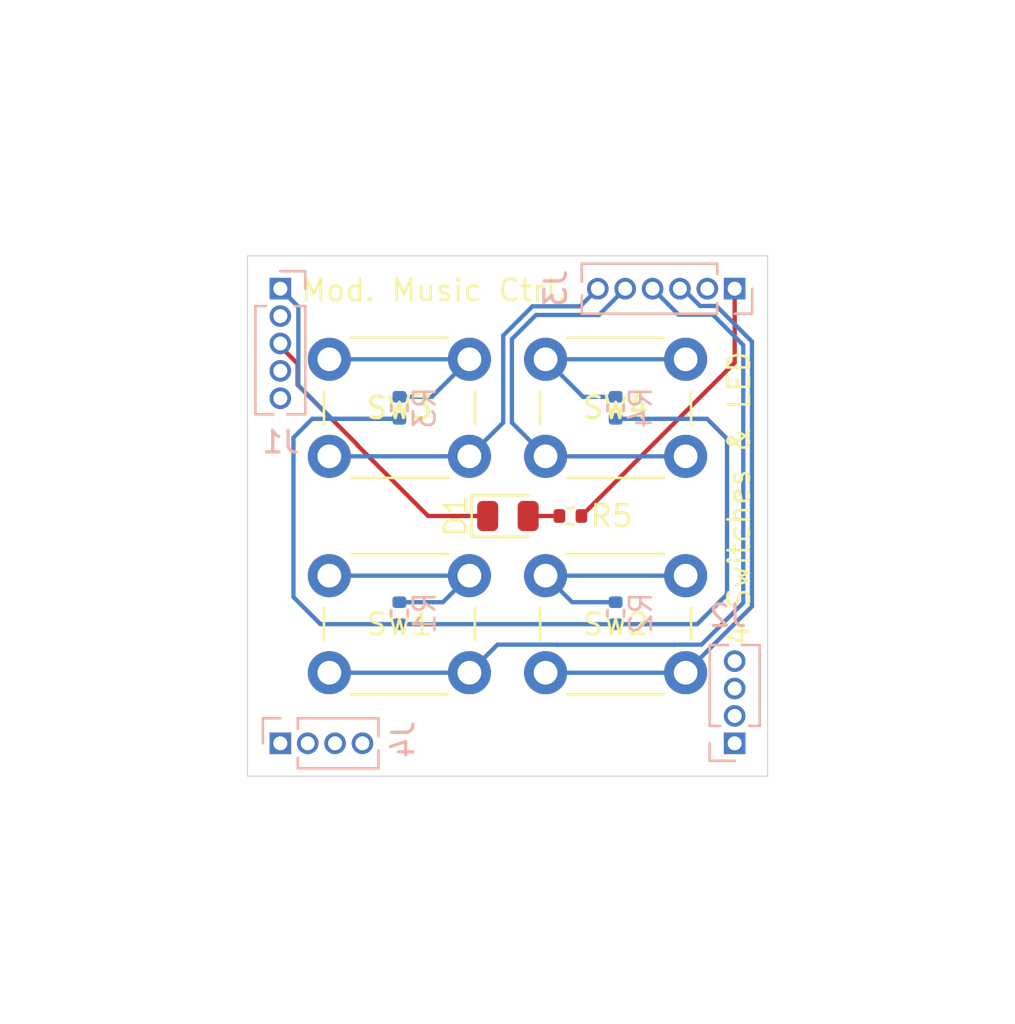
<source format=kicad_pcb>
(kicad_pcb (version 20241229) (generator "pcbnew") (generator_version "9.0")
  (title_block (title "Modular Music Controller / Block / Four Switches") (date "2025-12-03") (rev "1") (company "Dennis Schulmeister-Zimolong"))
  (layers (0 "F.Cu" signal) (2 "B.Cu" signal) (13 "F.Paste" user) (15 "B.Paste" user) (5 "F.SilkS" user "F.Silkscreen") (7 "B.SilkS" user "B.Silkscreen") (1 "F.Mask" user) (3 "B.Mask" user) (25 "Edge.Cuts" user))
  (net 0 "")
  (net 1 "GND")
  (net 2 "Net-(D1-A)")
  (net 3 "/SlotBus.Clock")
  (net 4 "/AREF")
  (net 5 "/+3.3V Digital")
  (net 6 "/SlotBus.Data")
  (net 7 "/Addr3")
  (net 8 "/Addr0")
  (net 9 "/Addr1")
  (net 10 "/Addr2")
  (net 11 "/B")
  (net 12 "/C")
  (net 13 "/LED")
  (net 14 "/A1")
  (net 15 "/A")
  (net 16 "/A0")
  (net 17 "/Typ3")
  (net 18 "/Typ0")
  (net 19 "/Typ1")
  (net 20 "/Typ2")
  (net 21 "Net-(R1-Pad2)")
  (net 22 "Net-(R2-Pad2)")
  (net 23 "Net-(R3-Pad2)")
  (net 24 "Net-(R4-Pad2)")
  (footprint "Button_Switch_THT:SW_PUSH_6mm" (layer "F.Cu") (at 140.8313 106.39819)
    (property "Reference" "SW4" (at 3.25 2.25 0) (layer "F.SilkS"))
    (property "Value" "SW_Push")
    (fp_line (start -0.25 1.5) (end -0.25 3) (stroke (width 0.12)) (layer "F.SilkS"))
    (fp_line (start 1 5.5) (end 5.5 5.5) (stroke (width 0.12)) (layer "F.SilkS"))
    (fp_line (start 5.5 -1) (end 1 -1) (stroke (width 0.12)) (layer "F.SilkS"))
    (fp_line (start 6.75 3) (end 6.75 1.5) (stroke (width 0.12)) (layer "F.SilkS"))
    (pad "1" thru_hole circle (at 0 0 90) (size 2 2) (drill 1.1) (layers "*.Cu" "*.Mask") (net 24 "Net-(R4-Pad2)"))
    (pad "1" thru_hole circle (at 6.5 0 90) (size 2 2) (drill 1.1) (layers "*.Cu" "*.Mask") (net 24 "Net-(R4-Pad2)"))
    (pad "2" thru_hole circle (at 0 4.5 90) (size 2 2) (drill 1.1) (layers "*.Cu" "*.Mask") (net 14 "/A1"))
    (pad "2" thru_hole circle (at 6.5 4.5 90) (size 2 2) (drill 1.1) (layers "*.Cu" "*.Mask") (net 14 "/A1"))
  )
  (footprint "Button_Switch_THT:SW_PUSH_6mm" (layer "F.Cu") (at 130.7987 106.39819)
    (property "Reference" "SW3" (at 3.25 2.25 0) (layer "F.SilkS"))
    (property "Value" "SW_Push")
    (fp_line (start -0.25 1.5) (end -0.25 3) (stroke (width 0.12)) (layer "F.SilkS"))
    (fp_line (start 1 5.5) (end 5.5 5.5) (stroke (width 0.12)) (layer "F.SilkS"))
    (fp_line (start 5.5 -1) (end 1 -1) (stroke (width 0.12)) (layer "F.SilkS"))
    (fp_line (start 6.75 3) (end 6.75 1.5) (stroke (width 0.12)) (layer "F.SilkS"))
    (pad "1" thru_hole circle (at 0 0 90) (size 2 2) (drill 1.1) (layers "*.Cu" "*.Mask") (net 23 "Net-(R3-Pad2)"))
    (pad "1" thru_hole circle (at 6.5 0 90) (size 2 2) (drill 1.1) (layers "*.Cu" "*.Mask") (net 23 "Net-(R3-Pad2)"))
    (pad "2" thru_hole circle (at 0 4.5 90) (size 2 2) (drill 1.1) (layers "*.Cu" "*.Mask") (net 16 "/A0"))
    (pad "2" thru_hole circle (at 6.5 4.5 90) (size 2 2) (drill 1.1) (layers "*.Cu" "*.Mask") (net 16 "/A0"))
  )
  (footprint "LED_SMD:LED_0805_2012Metric" (layer "F.Cu") (at 139.085 113.665)
    (property "Reference" "D1" (at -2.433 0 90) (layer "F.SilkS") (effects (font (thickness 0.125))))
    (property "Value" "LED")
    (fp_line (start -1.685 -0.96) (end -1.685 0.96) (stroke (width 0.12)) (layer "F.SilkS"))
    (fp_line (start -1.685 0.96) (end 1 0.96) (stroke (width 0.12)) (layer "F.SilkS"))
    (fp_line (start 1 -0.96) (end -1.685 -0.96) (stroke (width 0.12)) (layer "F.SilkS"))
    (pad "1" smd roundrect (at -0.9375 0) (size 0.975 1.4) (layers "F.Cu" "F.Mask" "F.Paste") (net 1 "GND"))
    (pad "2" smd roundrect (at 0.9375 0) (size 0.975 1.4) (layers "F.Cu" "F.Mask" "F.Paste") (net 2 "Net-(D1-A)"))
  )
  (footprint "Button_Switch_THT:SW_PUSH_6mm" (layer "F.Cu") (at 140.8313 116.43181)
    (property "Reference" "SW2" (at 3.25 2.25 0) (layer "F.SilkS") (effects (font (thickness 0.125))))
    (property "Value" "SW_Push")
    (fp_line (start -0.25 1.5) (end -0.25 3) (stroke (width 0.12)) (layer "F.SilkS"))
    (fp_line (start 1 5.5) (end 5.5 5.5) (stroke (width 0.12)) (layer "F.SilkS"))
    (fp_line (start 5.5 -1) (end 1 -1) (stroke (width 0.12)) (layer "F.SilkS"))
    (fp_line (start 6.75 3) (end 6.75 1.5) (stroke (width 0.12)) (layer "F.SilkS"))
    (pad "1" thru_hole circle (at 0 0 90) (size 2 2) (drill 1.1) (layers "*.Cu" "*.Mask") (net 22 "Net-(R2-Pad2)"))
    (pad "1" thru_hole circle (at 6.5 0 90) (size 2 2) (drill 1.1) (layers "*.Cu" "*.Mask") (net 22 "Net-(R2-Pad2)"))
    (pad "2" thru_hole circle (at 0 4.5 90) (size 2 2) (drill 1.1) (layers "*.Cu" "*.Mask") (net 11 "/B"))
    (pad "2" thru_hole circle (at 6.5 4.5 90) (size 2 2) (drill 1.1) (layers "*.Cu" "*.Mask") (net 11 "/B"))
  )
  (footprint "Resistor_SMD:R_0402_1005Metric" (layer "F.Cu") (at 141.984 113.665 180)
    (property "Reference" "R5" (at -1.907 0 180) (layer "F.SilkS") (effects (font (thickness 0.125))))
    (property "Value" "1k")
    (fp_line (start -0.153641 0.38) (end 0.153641 0.38) (stroke (width 0.12)) (layer "F.SilkS"))
    (fp_line (start -0.153641 -0.38) (end 0.153641 -0.38) (stroke (width 0.12)) (layer "F.SilkS"))
    (pad "1" smd roundrect (at -0.51 0 180) (size 0.54 0.64) (layers "F.Cu" "F.Mask" "F.Paste") (net 13 "/LED"))
    (pad "2" smd roundrect (at 0.51 0 180) (size 0.54 0.64) (layers "F.Cu" "F.Mask" "F.Paste") (net 2 "Net-(D1-A)"))
  )
  (footprint "Button_Switch_THT:SW_PUSH_6mm" (layer "F.Cu") (at 130.7987 116.43181)
    (property "Reference" "SW1" (at 3.25 2.25 0) (layer "F.SilkS") (effects (font (thickness 0.125))))
    (property "Value" "SW_Push")
    (fp_line (start -0.25 1.5) (end -0.25 3) (stroke (width 0.12)) (layer "F.SilkS"))
    (fp_line (start 1 5.5) (end 5.5 5.5) (stroke (width 0.12)) (layer "F.SilkS"))
    (fp_line (start 5.5 -1) (end 1 -1) (stroke (width 0.12)) (layer "F.SilkS"))
    (fp_line (start 6.75 3) (end 6.75 1.5) (stroke (width 0.12)) (layer "F.SilkS"))
    (pad "1" thru_hole circle (at 0 0 90) (size 2 2) (drill 1.1) (layers "*.Cu" "*.Mask") (net 21 "Net-(R1-Pad2)"))
    (pad "1" thru_hole circle (at 6.5 0 90) (size 2 2) (drill 1.1) (layers "*.Cu" "*.Mask") (net 21 "Net-(R1-Pad2)"))
    (pad "2" thru_hole circle (at 0 4.5 90) (size 2 2) (drill 1.1) (layers "*.Cu" "*.Mask") (net 15 "/A"))
    (pad "2" thru_hole circle (at 6.5 4.5 90) (size 2 2) (drill 1.1) (layers "*.Cu" "*.Mask") (net 15 "/A"))
  )
  (footprint "Connector_PinHeader_1.27mm:PinHeader_1x04_P1.27mm_Vertical" (layer "B.Cu") (at 128.525 124.205 -90)
    (property "Reference" "J4" (at -0.1778 -5.6956 90) (layer "B.SilkS") (effects (justify mirror)))
    (property "Value" "Samtec MTMS-104-02-T-S-100")
    (fp_line (start -1.16 0.81) (end 0 0.81) (stroke (width 0.12)) (layer "B.SilkS"))
    (fp_line (start -1.16 0) (end -1.16 0.81) (stroke (width 0.12)) (layer "B.SilkS"))
    (fp_line (start -1.16 -0.81) (end -0.666708 -0.81) (stroke (width 0.12)) (layer "B.SilkS"))
    (fp_line (start -1.16 -0.81) (end -1.16 -4.555) (stroke (width 0.12)) (layer "B.SilkS"))
    (fp_line (start 0.666708 -0.81) (end 1.16 -0.81) (stroke (width 0.12)) (layer "B.SilkS"))
    (fp_line (start 1.16 -0.81) (end 1.16 -4.555) (stroke (width 0.12)) (layer "B.SilkS"))
    (fp_line (start -1.16 -4.555) (end -0.317923 -4.555) (stroke (width 0.12)) (layer "B.SilkS"))
    (fp_line (start 0.317923 -4.555) (end 1.16 -4.555) (stroke (width 0.12)) (layer "B.SilkS"))
    (pad "1" thru_hole rect (at 0 0 270) (size 1 1) (drill 0.65) (layers "*.Cu" "*.Mask") (net 18 "/Typ0"))
    (pad "2" thru_hole circle (at 0 -1.27 270) (size 1 1) (drill 0.65) (layers "*.Cu" "*.Mask") (net 19 "/Typ1"))
    (pad "3" thru_hole circle (at 0 -2.54 270) (size 1 1) (drill 0.65) (layers "*.Cu" "*.Mask") (net 20 "/Typ2"))
    (pad "4" thru_hole circle (at 0 -3.81 270) (size 1 1) (drill 0.65) (layers "*.Cu" "*.Mask") (net 17 "/Typ3"))
  )
  (footprint "Resistor_SMD:R_0402_1005Metric" (layer "B.Cu") (at 134.0487 108.64819 90)
    (property "Reference" "R3" (at 0 1.17 90) (layer "B.SilkS") (effects (font (thickness 0.125)) (justify mirror)))
    (property "Value" "1k")
    (fp_line (start -0.153641 -0.38) (end 0.153641 -0.38) (stroke (width 0.12)) (layer "B.SilkS"))
    (fp_line (start -0.153641 0.38) (end 0.153641 0.38) (stroke (width 0.12)) (layer "B.SilkS"))
    (pad "1" smd roundrect (at -0.51 0 90) (size 0.54 0.64) (layers "B.Cu" "B.Mask" "B.Paste") (net 5 "/+3.3V Digital"))
    (pad "2" smd roundrect (at 0.51 0 90) (size 0.54 0.64) (layers "B.Cu" "B.Mask" "B.Paste") (net 23 "Net-(R3-Pad2)"))
  )
  (footprint "Resistor_SMD:R_0402_1005Metric" (layer "B.Cu") (at 144.0813 118.17181 90)
    (property "Reference" "R2" (at 0 1.17 90) (layer "B.SilkS") (effects (font (thickness 0.125)) (justify mirror)))
    (property "Value" "1k")
    (fp_line (start -0.153641 -0.38) (end 0.153641 -0.38) (stroke (width 0.12)) (layer "B.SilkS"))
    (fp_line (start -0.153641 0.38) (end 0.153641 0.38) (stroke (width 0.12)) (layer "B.SilkS"))
    (pad "1" smd roundrect (at -0.51 0 90) (size 0.54 0.64) (layers "B.Cu" "B.Mask" "B.Paste") (net 5 "/+3.3V Digital"))
    (pad "2" smd roundrect (at 0.51 0 90) (size 0.54 0.64) (layers "B.Cu" "B.Mask" "B.Paste") (net 22 "Net-(R2-Pad2)"))
  )
  (footprint "Resistor_SMD:R_0402_1005Metric" (layer "B.Cu") (at 134.0487 118.17181 90)
    (property "Reference" "R1" (at 0 1.17 90) (layer "B.SilkS") (effects (font (thickness 0.125)) (justify mirror)))
    (property "Value" "1k")
    (fp_line (start -0.153641 -0.38) (end 0.153641 -0.38) (stroke (width 0.12)) (layer "B.SilkS"))
    (fp_line (start -0.153641 0.38) (end 0.153641 0.38) (stroke (width 0.12)) (layer "B.SilkS"))
    (pad "1" smd roundrect (at -0.51 0 90) (size 0.54 0.64) (layers "B.Cu" "B.Mask" "B.Paste") (net 5 "/+3.3V Digital"))
    (pad "2" smd roundrect (at 0.51 0 90) (size 0.54 0.64) (layers "B.Cu" "B.Mask" "B.Paste") (net 21 "Net-(R1-Pad2)"))
  )
  (footprint "Connector_PinHeader_1.27mm:PinHeader_1x04_P1.27mm_Vertical" (layer "B.Cu") (at 149.605 124.205)
    (property "Reference" "J2" (at -0.317923 -5.9182 0) (layer "B.SilkS") (effects (justify mirror)))
    (property "Value" "Samtec MTMS-104-02-T-S-100")
    (fp_line (start -1.16 -4.555) (end -0.317923 -4.555) (stroke (width 0.12)) (layer "B.SilkS"))
    (fp_line (start -1.16 -0.81) (end -1.16 -4.555) (stroke (width 0.12)) (layer "B.SilkS"))
    (fp_line (start -1.16 -0.81) (end -0.666708 -0.81) (stroke (width 0.12)) (layer "B.SilkS"))
    (fp_line (start -1.16 0) (end -1.16 0.81) (stroke (width 0.12)) (layer "B.SilkS"))
    (fp_line (start -1.16 0.81) (end 0 0.81) (stroke (width 0.12)) (layer "B.SilkS"))
    (fp_line (start 0.317923 -4.555) (end 1.16 -4.555) (stroke (width 0.12)) (layer "B.SilkS"))
    (fp_line (start 0.666708 -0.81) (end 1.16 -0.81) (stroke (width 0.12)) (layer "B.SilkS"))
    (fp_line (start 1.16 -0.81) (end 1.16 -4.555) (stroke (width 0.12)) (layer "B.SilkS"))
    (pad "1" thru_hole rect (at 0 0) (size 1 1) (drill 0.65) (layers "*.Cu" "*.Mask") (net 8 "/Addr0"))
    (pad "2" thru_hole circle (at 0 -1.27) (size 1 1) (drill 0.65) (layers "*.Cu" "*.Mask") (net 9 "/Addr1"))
    (pad "3" thru_hole circle (at 0 -2.54) (size 1 1) (drill 0.65) (layers "*.Cu" "*.Mask") (net 10 "/Addr2"))
    (pad "4" thru_hole circle (at 0 -3.81) (size 1 1) (drill 0.65) (layers "*.Cu" "*.Mask") (net 7 "/Addr3"))
  )
  (footprint "Connector_PinHeader_1.27mm:PinHeader_1x05_P1.27mm_Vertical" (layer "B.Cu") (at 128.525 103.125 180)
    (property "Reference" "J1" (at -0.0254 -7.112 180) (layer "B.SilkS") (effects (justify mirror)))
    (property "Value" "Samtec MTMS-105-02-T-S-100")
    (fp_line (start 1.16 -0.81) (end 1.16 -5.825) (stroke (width 0.12)) (layer "B.SilkS"))
    (fp_line (start 0.666708 -0.81) (end 1.16 -0.81) (stroke (width 0.12)) (layer "B.SilkS"))
    (fp_line (start 0.317923 -5.825) (end 1.16 -5.825) (stroke (width 0.12)) (layer "B.SilkS"))
    (fp_line (start -1.16 0.81) (end 0 0.81) (stroke (width 0.12)) (layer "B.SilkS"))
    (fp_line (start -1.16 0) (end -1.16 0.81) (stroke (width 0.12)) (layer "B.SilkS"))
    (fp_line (start -1.16 -0.81) (end -0.666708 -0.81) (stroke (width 0.12)) (layer "B.SilkS"))
    (fp_line (start -1.16 -0.81) (end -1.16 -5.825) (stroke (width 0.12)) (layer "B.SilkS"))
    (fp_line (start -1.16 -5.825) (end -0.317923 -5.825) (stroke (width 0.12)) (layer "B.SilkS"))
    (pad "1" thru_hole rect (at 0 0 180) (size 1 1) (drill 0.65) (layers "*.Cu" "*.Mask") (net 5 "/+3.3V Digital"))
    (pad "2" thru_hole circle (at 0 -1.27 180) (size 1 1) (drill 0.65) (layers "*.Cu" "*.Mask") (net 4 "/AREF"))
    (pad "3" thru_hole circle (at 0 -2.54 180) (size 1 1) (drill 0.65) (layers "*.Cu" "*.Mask") (net 1 "GND"))
    (pad "4" thru_hole circle (at 0 -3.81 180) (size 1 1) (drill 0.65) (layers "*.Cu" "*.Mask") (net 6 "/SlotBus.Data"))
    (pad "5" thru_hole circle (at 0 -5.08 180) (size 1 1) (drill 0.65) (layers "*.Cu" "*.Mask") (net 3 "/SlotBus.Clock"))
  )
  (footprint "Resistor_SMD:R_0402_1005Metric" (layer "B.Cu") (at 144.0813 108.64819 90)
    (property "Reference" "R4" (at 0 1.17 90) (layer "B.SilkS") (effects (font (thickness 0.125)) (justify mirror)))
    (property "Value" "1k")
    (fp_line (start -0.153641 -0.38) (end 0.153641 -0.38) (stroke (width 0.12)) (layer "B.SilkS"))
    (fp_line (start -0.153641 0.38) (end 0.153641 0.38) (stroke (width 0.12)) (layer "B.SilkS"))
    (pad "1" smd roundrect (at -0.51 0 90) (size 0.54 0.64) (layers "B.Cu" "B.Mask" "B.Paste") (net 5 "/+3.3V Digital"))
    (pad "2" smd roundrect (at 0.51 0 90) (size 0.54 0.64) (layers "B.Cu" "B.Mask" "B.Paste") (net 24 "Net-(R4-Pad2)"))
  )
  (footprint "Connector_PinHeader_1.27mm:PinHeader_1x06_P1.27mm_Vertical" (layer "B.Cu") (at 149.605 103.125 90)
    (property "Reference" "J3" (at 0.0254 -8.3058 90) (layer "B.SilkS") (effects (justify mirror)))
    (property "Value" "Samtec  MTMS-106-02-T-S-100")
    (fp_line (start 0.317923 -7.095) (end 1.16 -7.095) (stroke (width 0.12)) (layer "B.SilkS"))
    (fp_line (start -1.16 -7.095) (end -0.317923 -7.095) (stroke (width 0.12)) (layer "B.SilkS"))
    (fp_line (start 1.16 -0.81) (end 1.16 -7.095) (stroke (width 0.12)) (layer "B.SilkS"))
    (fp_line (start 0.666708 -0.81) (end 1.16 -0.81) (stroke (width 0.12)) (layer "B.SilkS"))
    (fp_line (start -1.16 -0.81) (end -1.16 -7.095) (stroke (width 0.12)) (layer "B.SilkS"))
    (fp_line (start -1.16 -0.81) (end -0.666708 -0.81) (stroke (width 0.12)) (layer "B.SilkS"))
    (fp_line (start -1.16 0) (end -1.16 0.81) (stroke (width 0.12)) (layer "B.SilkS"))
    (fp_line (start -1.16 0.81) (end 0 0.81) (stroke (width 0.12)) (layer "B.SilkS"))
    (pad "1" thru_hole rect (at 0 0 90) (size 1 1) (drill 0.65) (layers "*.Cu" "*.Mask") (net 13 "/LED"))
    (pad "2" thru_hole circle (at 0 -1.27 90) (size 1 1) (drill 0.65) (layers "*.Cu" "*.Mask") (net 12 "/C"))
    (pad "3" thru_hole circle (at 0 -2.54 90) (size 1 1) (drill 0.65) (layers "*.Cu" "*.Mask") (net 11 "/B"))
    (pad "4" thru_hole circle (at 0 -3.81 90) (size 1 1) (drill 0.65) (layers "*.Cu" "*.Mask") (net 15 "/A"))
    (pad "5" thru_hole circle (at 0 -5.08 90) (size 1 1) (drill 0.65) (layers "*.Cu" "*.Mask") (net 14 "/A1"))
    (pad "6" thru_hole circle (at 0 -6.35 90) (size 1 1) (drill 0.65) (layers "*.Cu" "*.Mask") (net 16 "/A0"))
  )
  (gr_rect (start 127 101.6) (end 151.13 125.73) (stroke (width 0.05)) (fill no) (layer "Edge.Cuts"))
  (gr_text "4 Switches & LED" (at 149.225 119.761 90) (layer "F.SilkS") (effects (font (size 1 1) (thickness 0.125)) (justify left top)))
  (gr_text "Mod. Music Ctrl." (at 129.413 102.616 0) (layer "F.SilkS") (effects (font (size 1 1) (thickness 0.125)) (justify left top)))
  (segment (start 138.1475 113.665) (end 135.382 113.665) (width 0.2) (layer "F.Cu") (net 1))
  (segment (start 129.326 107.585598) (end 129.326 106.603214) (width 0.2) (layer "F.Cu") (net 1))
  (segment (start 129.326 106.603214) (end 128.525 105.802214) (width 0.2) (layer "F.Cu") (net 1))
  (segment (start 132.0997 110.3827) (end 132.0997 110.359298) (width 0.2) (layer "F.Cu") (net 1))
  (segment (start 128.525 105.802214) (end 128.525 105.665) (width 0.2) (layer "F.Cu") (net 1))
  (segment (start 132.0997 110.359298) (end 129.326 107.585598) (width 0.2) (layer "F.Cu") (net 1))
  (segment (start 135.382 113.665) (end 132.0997 110.3827) (width 0.2) (layer "F.Cu") (net 1))
  (segment (start 140.0225 113.665) (end 141.474 113.665) (width 0.2) (layer "F.Cu") (net 2))
  (segment (start 129.1336 110.0328) (end 130.00821 109.15819) (width 0.2) (layer "B.Cu") (net 5))
  (segment (start 129.1336 117.4242) (end 129.1336 110.0328) (width 0.2) (layer "B.Cu") (net 5))
  (segment (start 148.32499 109.15819) (end 149.2504 110.0836) (width 0.2) (layer "B.Cu") (net 5))
  (segment (start 144.0813 118.68181) (end 134.0487 118.68181) (width 0.2) (layer "B.Cu") (net 5))
  (segment (start 149.2504 117.2972) (end 147.86579 118.68181) (width 0.2) (layer "B.Cu") (net 5))
  (segment (start 134.0487 118.68181) (end 130.39121 118.68181) (width 0.2) (layer "B.Cu") (net 5))
  (segment (start 129.3622 103.9622) (end 128.525 103.125) (width 0.2) (layer "B.Cu") (net 5))
  (segment (start 130.39121 118.68181) (end 129.1336 117.4242) (width 0.2) (layer "B.Cu") (net 5))
  (segment (start 149.2504 110.0836) (end 149.2504 117.2972) (width 0.2) (layer "B.Cu") (net 5))
  (segment (start 144.0813 109.15819) (end 148.32499 109.15819) (width 0.2) (layer "B.Cu") (net 5))
  (segment (start 130.9116 109.15819) (end 129.3622 107.60879) (width 0.2) (layer "B.Cu") (net 5))
  (segment (start 134.0487 109.15819) (end 130.9116 109.15819) (width 0.2) (layer "B.Cu") (net 5))
  (segment (start 147.86579 118.68181) (end 144.0813 118.68181) (width 0.2) (layer "B.Cu") (net 5))
  (segment (start 129.3622 107.60879) (end 129.3622 103.9622) (width 0.2) (layer "B.Cu") (net 5))
  (segment (start 130.00821 109.15819) (end 134.0487 109.15819) (width 0.2) (layer "B.Cu") (net 5))
  (segment (start 148.757 103.926) (end 148.003214 103.926) (width 0.2) (layer "B.Cu") (net 11))
  (segment (start 150.406 105.575) (end 148.757 103.926) (width 0.2) (layer "B.Cu") (net 11))
  (segment (start 150.406 117.85711) (end 150.406 105.575) (width 0.2) (layer "B.Cu") (net 11))
  (segment (start 148.003214 103.926) (end 147.202214 103.125) (width 0.2) (layer "B.Cu") (net 11))
  (segment (start 147.202214 103.125) (end 147.065 103.125) (width 0.2) (layer "B.Cu") (net 11))
  (segment (start 147.3313 120.93181) (end 140.8313 120.93181) (width 0.2) (layer "B.Cu") (net 11))
  (segment (start 147.3313 120.93181) (end 150.406 117.85711) (width 0.2) (layer "B.Cu") (net 11))
  (segment (start 142.494 113.665) (end 149.605 106.554) (width 0.2) (layer "F.Cu") (net 13))
  (segment (start 149.605 106.554) (end 149.605 103.125) (width 0.2) (layer "F.Cu") (net 13))
  (segment (start 147.3313 110.89819) (end 140.8313 110.89819) (width 0.2) (layer "B.Cu") (net 14))
  (segment (start 139.2682 105.4608) (end 140.3858 104.3432) (width 0.2) (layer "B.Cu") (net 14))
  (segment (start 140.8313 110.89819) (end 139.2682 109.33509) (width 0.2) (layer "B.Cu") (net 14))
  (segment (start 140.3858 104.3432) (end 143.3068 104.3432) (width 0.2) (layer "B.Cu") (net 14))
  (segment (start 143.3068 104.3432) (end 144.525 103.125) (width 0.2) (layer "B.Cu") (net 14))
  (segment (start 139.2682 109.33509) (end 139.2682 105.4608) (width 0.2) (layer "B.Cu") (net 14))
  (segment (start 137.2987 120.93181) (end 130.7987 120.93181) (width 0.2) (layer "B.Cu") (net 15))
  (segment (start 141.373382 119.634) (end 146.789218 119.634) (width 0.2) (layer "B.Cu") (net 15))
  (segment (start 148.5909 104.327) (end 146.997 104.327) (width 0.2) (layer "B.Cu") (net 15))
  (segment (start 141.370192 119.63081) (end 141.373382 119.634) (width 0.2) (layer "B.Cu") (net 15))
  (segment (start 150.005 105.7411) (end 148.5909 104.327) (width 0.2) (layer "B.Cu") (net 15))
  (segment (start 137.2987 120.93181) (end 138.5997 119.63081) (width 0.2) (layer "B.Cu") (net 15))
  (segment (start 148.0652 119.63081) (end 150.005 117.69101) (width 0.2) (layer "B.Cu") (net 15))
  (segment (start 146.792408 119.63081) (end 148.0652 119.63081) (width 0.2) (layer "B.Cu") (net 15))
  (segment (start 146.789218 119.634) (end 146.792408 119.63081) (width 0.2) (layer "B.Cu") (net 15))
  (segment (start 146.997 104.327) (end 145.795 103.125) (width 0.2) (layer "B.Cu") (net 15))
  (segment (start 150.005 117.69101) (end 150.005 105.7411) (width 0.2) (layer "B.Cu") (net 15))
  (segment (start 138.5997 119.63081) (end 141.370192 119.63081) (width 0.2) (layer "B.Cu") (net 15))
  (segment (start 140.2197 103.9422) (end 142.4378 103.9422) (width 0.2) (layer "B.Cu") (net 16))
  (segment (start 142.4378 103.9422) (end 143.255 103.125) (width 0.2) (layer "B.Cu") (net 16))
  (segment (start 138.8672 109.32969) (end 138.8672 105.2947) (width 0.2) (layer "B.Cu") (net 16))
  (segment (start 138.8672 105.2947) (end 140.2197 103.9422) (width 0.2) (layer "B.Cu") (net 16))
  (segment (start 137.2987 110.89819) (end 130.7987 110.89819) (width 0.2) (layer "B.Cu") (net 16))
  (segment (start 137.2987 110.89819) (end 138.8672 109.32969) (width 0.2) (layer "B.Cu") (net 16))
  (segment (start 134.0487 117.66181) (end 136.0687 117.66181) (width 0.2) (layer "B.Cu") (net 21))
  (segment (start 136.0687 117.66181) (end 137.2987 116.43181) (width 0.2) (layer "B.Cu") (net 21))
  (segment (start 137.2987 116.43181) (end 130.7987 116.43181) (width 0.2) (layer "B.Cu") (net 21))
  (segment (start 144.0813 117.66181) (end 142.0613 117.66181) (width 0.2) (layer "B.Cu") (net 22))
  (segment (start 142.0613 117.66181) (end 140.8313 116.43181) (width 0.2) (layer "B.Cu") (net 22))
  (segment (start 147.3313 116.43181) (end 140.8313 116.43181) (width 0.2) (layer "B.Cu") (net 22))
  (segment (start 134.0487 108.13819) (end 135.5587 108.13819) (width 0.2) (layer "B.Cu") (net 23))
  (segment (start 135.5587 108.13819) (end 137.2987 106.39819) (width 0.2) (layer "B.Cu") (net 23))
  (segment (start 137.2987 106.39819) (end 130.7987 106.39819) (width 0.2) (layer "B.Cu") (net 23))
  (segment (start 142.5713 108.13819) (end 140.8313 106.39819) (width 0.2) (layer "B.Cu") (net 24))
  (segment (start 147.3313 106.39819) (end 140.8313 106.39819) (width 0.2) (layer "B.Cu") (net 24))
  (segment (start 144.0813 108.13819) (end 142.5713 108.13819) (width 0.2) (layer "B.Cu") (net 24))
)
</source>
